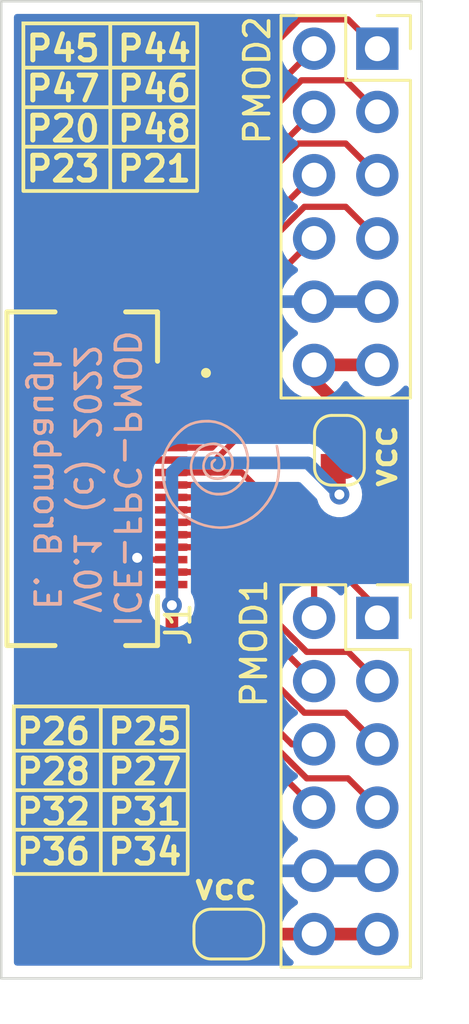
<source format=kicad_pcb>
(kicad_pcb (version 20211014) (generator pcbnew)
  (layers (0 "F.Cu" signal) (31 "B.Cu" signal) (34 "B.Paste" user) (35 "F.Paste" user) (36 "B.SilkS" user "B.Silkscreen") (37 "F.SilkS" user "F.Silkscreen") (38 "B.Mask" user) (39 "F.Mask" user) (44 "Edge.Cuts" user))
  (net 0 "")
  (net 1 "/P44")
  (net 2 "/P45")
  (net 3 "/P46")
  (net 4 "/P47")
  (net 5 "/P48")
  (net 6 "/P20")
  (net 7 "/P21")
  (net 8 "/P23")
  (net 9 "/P25")
  (net 10 "/P26")
  (net 11 "/P27")
  (net 12 "/P28")
  (net 13 "/P31")
  (net 14 "/P32")
  (net 15 "/P34")
  (net 16 "GND")
  (net 17 "/P36")
  (net 18 "+3.3V")
  (net 19 "Net-(PMOD1-Pad11)")
  (net 20 "Net-(PMOD2-Pad11)")
  (footprint "Connector_PinSocket_2.54mm:PinSocket_2x06_P2.54mm_Vertical" (layer "F.Cu") (at 127 76.2)
    (fp_text reference "PMOD2" (at -4.826 1.27 90) (layer "F.SilkS"))
    (fp_text value "CONN_02X06")
    (fp_line (start 1.33 1.27) (end 1.33 14.03) (layer "F.SilkS") (width 0.12))
    (fp_line (start -1.27 1.27) (end 1.33 1.27) (layer "F.SilkS") (width 0.12))
    (fp_line (start -1.27 -1.33) (end -1.27 1.27) (layer "F.SilkS") (width 0.12))
    (fp_line (start 1.33 -1.33) (end 1.33 0) (layer "F.SilkS") (width 0.12))
    (fp_line (start -3.87 14.03) (end 1.33 14.03) (layer "F.SilkS") (width 0.12))
    (fp_line (start 0 -1.33) (end 1.33 -1.33) (layer "F.SilkS") (width 0.12))
    (fp_line (start -3.87 -1.33) (end -1.27 -1.33) (layer "F.SilkS") (width 0.12))
    (fp_line (start -3.87 -1.33) (end -3.87 14.03) (layer "F.SilkS") (width 0.12))
    (pad "1" thru_hole rect (at 0 0) (size 1.7 1.7) (drill 1) (layers *.Cu *.Mask) (net 1 "/P44"))
    (pad "2" thru_hole oval (at -2.54 0) (size 1.7 1.7) (drill 1) (layers *.Cu *.Mask) (net 2 "/P45"))
    (pad "3" thru_hole oval (at 0 2.54) (size 1.7 1.7) (drill 1) (layers *.Cu *.Mask) (net 3 "/P46"))
    (pad "4" thru_hole oval (at -2.54 2.54) (size 1.7 1.7) (drill 1) (layers *.Cu *.Mask) (net 4 "/P47"))
    (pad "5" thru_hole oval (at 0 5.08) (size 1.7 1.7) (drill 1) (layers *.Cu *.Mask) (net 5 "/P48"))
    (pad "6" thru_hole oval (at -2.54 5.08) (size 1.7 1.7) (drill 1) (layers *.Cu *.Mask) (net 6 "/P20"))
    (pad "7" thru_hole oval (at 0 7.62) (size 1.7 1.7) (drill 1) (layers *.Cu *.Mask) (net 7 "/P21"))
    (pad "8" thru_hole oval (at -2.54 7.62) (size 1.7 1.7) (drill 1) (layers *.Cu *.Mask) (net 8 "/P23"))
    (pad "9" thru_hole oval (at 0 10.16) (size 1.7 1.7) (drill 1) (layers *.Cu *.Mask) (net 16 "GND"))
    (pad "10" thru_hole oval (at -2.54 10.16) (size 1.7 1.7) (drill 1) (layers *.Cu *.Mask) (net 16 "GND"))
    (pad "11" thru_hole oval (at 0 12.7) (size 1.7 1.7) (drill 1) (layers *.Cu *.Mask) (net 20 "Net-(PMOD2-Pad11)"))
    (pad "12" thru_hole oval (at -2.54 12.7) (size 1.7 1.7) (drill 1) (layers *.Cu *.Mask) (net 20 "Net-(PMOD2-Pad11)"))
  )
  (footprint "Connector_PinSocket_2.54mm:PinSocket_2x06_P2.54mm_Vertical" (layer "F.Cu") (at 127 99.06)
    (fp_text reference "PMOD1" (at -4.953 1.016 90) (layer "F.SilkS"))
    (fp_text value "CONN_02X06")
    (fp_line (start 1.33 1.27) (end 1.33 14.03) (layer "F.SilkS") (width 0.12))
    (fp_line (start 1.33 -1.33) (end 1.33 0) (layer "F.SilkS") (width 0.12))
    (fp_line (start -3.87 -1.33) (end -1.27 -1.33) (layer "F.SilkS") (width 0.12))
    (fp_line (start -3.87 -1.33) (end -3.87 14.03) (layer "F.SilkS") (width 0.12))
    (fp_line (start -3.87 14.03) (end 1.33 14.03) (layer "F.SilkS") (width 0.12))
    (fp_line (start 0 -1.33) (end 1.33 -1.33) (layer "F.SilkS") (width 0.12))
    (fp_line (start -1.27 -1.33) (end -1.27 1.27) (layer "F.SilkS") (width 0.12))
    (fp_line (start -1.27 1.27) (end 1.33 1.27) (layer "F.SilkS") (width 0.12))
    (pad "1" thru_hole rect (at 0 0) (size 1.7 1.7) (drill 1) (layers *.Cu *.Mask) (net 9 "/P25"))
    (pad "2" thru_hole oval (at -2.54 0) (size 1.7 1.7) (drill 1) (layers *.Cu *.Mask) (net 10 "/P26"))
    (pad "3" thru_hole oval (at 0 2.54) (size 1.7 1.7) (drill 1) (layers *.Cu *.Mask) (net 11 "/P27"))
    (pad "4" thru_hole oval (at -2.54 2.54) (size 1.7 1.7) (drill 1) (layers *.Cu *.Mask) (net 12 "/P28"))
    (pad "5" thru_hole oval (at 0 5.08) (size 1.7 1.7) (drill 1) (layers *.Cu *.Mask) (net 13 "/P31"))
    (pad "6" thru_hole oval (at -2.54 5.08) (size 1.7 1.7) (drill 1) (layers *.Cu *.Mask) (net 14 "/P32"))
    (pad "7" thru_hole oval (at 0 7.62) (size 1.7 1.7) (drill 1) (layers *.Cu *.Mask) (net 15 "/P34"))
    (pad "8" thru_hole oval (at -2.54 7.62) (size 1.7 1.7) (drill 1) (layers *.Cu *.Mask) (net 17 "/P36"))
    (pad "9" thru_hole oval (at 0 10.16) (size 1.7 1.7) (drill 1) (layers *.Cu *.Mask) (net 16 "GND"))
    (pad "10" thru_hole oval (at -2.54 10.16) (size 1.7 1.7) (drill 1) (layers *.Cu *.Mask) (net 16 "GND"))
    (pad "11" thru_hole oval (at 0 12.7) (size 1.7 1.7) (drill 1) (layers *.Cu *.Mask) (net 19 "Net-(PMOD1-Pad11)"))
    (pad "12" thru_hole oval (at -2.54 12.7) (size 1.7 1.7) (drill 1) (layers *.Cu *.Mask) (net 19 "Net-(PMOD1-Pad11)"))
  )
  (footprint "emeb_library:GCT_FFC2B35-18-G_REVA2" (layer "F.Cu") (at 115.4675 93.472 -90)
    (fp_text reference "J1" (at 5.842 -3.5315 90) (layer "F.SilkS"))
    (fp_text value "FFC2B35-18-G_REVA2")
    (fp_line (start -6.7 -2.7) (end -4.72 -2.7) (layer "F.SilkS") (width 0.2))
    (fp_line (start 6.7 -2.7) (end 6.7 -1.42) (layer "F.SilkS") (width 0.2))
    (fp_line (start -6.7 3.35) (end -6.7 1.42) (layer "F.SilkS") (width 0.2))
    (fp_line (start 4.72 -2.7) (end 6.7 -2.7) (layer "F.SilkS") (width 0.2))
    (fp_line (start 6.7 3.35) (end -6.7 3.35) (layer "F.SilkS") (width 0.2))
    (fp_line (start 6.7 3.35) (end 6.7 1.42) (layer "F.SilkS") (width 0.2))
    (fp_line (start -6.7 -1.42) (end -6.7 -2.7) (layer "F.SilkS") (width 0.2))
    (fp_circle (center -4.25 -4.646) (end -4.15 -4.646) (layer "F.SilkS") (width 0.2) (fill none))
    (pad "1" smd rect locked (at -4.25 -3.25 270) (size 0.3 1.3) (layers "F.Cu" "F.Paste" "F.Mask") (net 1 "/P44"))
    (pad "2" smd rect locked (at -3.75 -3.25 270) (size 0.3 1.3) (layers "F.Cu" "F.Paste" "F.Mask") (net 2 "/P45"))
    (pad "3" smd rect locked (at -3.25 -3.25 270) (size 0.3 1.3) (layers "F.Cu" "F.Paste" "F.Mask") (net 3 "/P46"))
    (pad "4" smd rect locked (at -2.75 -3.25 270) (size 0.3 1.3) (layers "F.Cu" "F.Paste" "F.Mask") (net 4 "/P47"))
    (pad "5" smd rect locked (at -2.25 -3.25 270) (size 0.3 1.3) (layers "F.Cu" "F.Paste" "F.Mask") (net 5 "/P48"))
    (pad "6" smd rect locked (at -1.75 -3.25 270) (size 0.3 1.3) (layers "F.Cu" "F.Paste" "F.Mask") (net 6 "/P20"))
    (pad "7" smd rect locked (at -1.25 -3.25 270) (size 0.3 1.3) (layers "F.Cu" "F.Paste" "F.Mask") (net 7 "/P21"))
    (pad "8" smd rect locked (at -0.75 -3.25 270) (size 0.3 1.3) (layers "F.Cu" "F.Paste" "F.Mask") (net 8 "/P23"))
    (pad "9" smd rect locked (at -0.25 -3.25 270) (size 0.3 1.3) (layers "F.Cu" "F.Paste" "F.Mask") (net 9 "/P25"))
    (pad "10" smd rect locked (at 0.25 -3.25 270) (size 0.3 1.3) (layers "F.Cu" "F.Paste" "F.Mask") (net 10 "/P26"))
    (pad "11" smd rect locked (at 0.75 -3.25 270) (size 0.3 1.3) (layers "F.Cu" "F.Paste" "F.Mask") (net 11 "/P27"))
    (pad "12" smd rect locked (at 1.25 -3.25 270) (size 0.3 1.3) (layers "F.Cu" "F.Paste" "F.Mask") (net 12 "/P28"))
    (pad "13" smd rect locked (at 1.75 -3.25 270) (size 0.3 1.3) (layers "F.Cu" "F.Paste" "F.Mask") (net 13 "/P31"))
    (pad "14" smd rect locked (at 2.25 -3.25 270) (size 0.3 1.3) (layers "F.Cu" "F.Paste" "F.Mask") (net 14 "/P32"))
    (pad "15" smd rect locked (at 2.75 -3.25 270) (size 0.3 1.3) (layers "F.Cu" "F.Paste" "F.Mask") (net 15 "/P34"))
    (pad "16" smd rect locked (at 3.25 -3.25 270) (size 0.3 1.3) (layers "F.Cu" "F.Paste" "F.Mask") (net 16 "GND"))
    (pad "17" smd rect locked (at 3.75 -3.25 270) (size 0.3 1.3) (layers "F.Cu" "F.Paste" "F.Mask") (net 17 "/P36"))
    (pad "18" smd rect locked (at 4.25 -3.25 270) (size 0.3 1.3) (layers "F.Cu" "F.Paste" "F.Mask") (net 18 "+3.3V"))
    (pad "S1" smd rect locked (at -6.15 0 270) (size 1.8 2.2) (layers "F.Cu" "F.Paste" "F.Mask"))
    (pad "S2" smd rect locked (at 6.15 0 270) (size 1.8 2.2) (layers "F.Cu" "F.Paste" "F.Mask"))
  )
  (footprint "Jumper:SolderJumper-2_P1.3mm_Bridged_RoundedPad1.0x1.5mm" (layer "F.Cu") (at 125.476 92.329 -90)
    (fp_text reference "JP2" hide)
    (fp_text value "Jumper_2_Bridged")
    (fp_poly (pts (xy 0.25 -0.3) (xy -0.25 -0.3) (xy -0.25 0.3) (xy 0.25 0.3)) (layer "F.Cu") (width 0) (fill solid))
    (fp_line (start 1.4 -0.3) (end 1.4 0.3) (layer "F.SilkS") (width 0.12))
    (fp_line (start -1.4 0.3) (end -1.4 -0.3) (layer "F.SilkS") (width 0.12))
    (fp_line (start -0.7 -1) (end 0.7 -1) (layer "F.SilkS") (width 0.12))
    (fp_line (start 0.7 1) (end -0.7 1) (layer "F.SilkS") (width 0.12))
    (fp_arc (start -1.4 -0.3) (mid -1.194975 -0.794975) (end -0.7 -1) (layer "F.SilkS") (width 0.12))
    (fp_arc (start -0.7 1) (mid -1.194975 0.794975) (end -1.4 0.3) (layer "F.SilkS") (width 0.12))
    (fp_arc (start 1.4 0.3) (mid 1.194975 0.794975) (end 0.7 1) (layer "F.SilkS") (width 0.12))
    (fp_arc (start 0.7 -1) (mid 1.194975 -0.794975) (end 1.4 -0.3) (layer "F.SilkS") (width 0.12))
    (pad "1" smd custom (at -0.65 0 270) (size 1 0.5) (layers "F.Cu" "F.Mask") (net 20 "Net-(PMOD2-Pad11)") (options (clearance outline) (anchor rect)) (primitives (gr_circle (center 0 0.25) (end 0.5 0.25) (width 0) (fill yes)) (gr_circle (center 0 -0.25) (end 0.5 -0.25) (width 0) (fill yes)) (gr_poly (pts (xy 0.5 0.75) (xy 0 0.75) (xy 0 -0.75) (xy 0.5 -0.75)) (width 0) (fill yes))))
    (pad "2" smd custom (at 0.65 0 270) (size 1 0.5) (layers "F.Cu" "F.Mask") (net 18 "+3.3V") (options (clearance outline) (anchor rect)) (primitives (gr_circle (center 0 0.25) (end 0.5 0.25) (width 0) (fill yes)) (gr_circle (center 0 -0.25) (end 0.5 -0.25) (width 0) (fill yes)) (gr_poly (pts (xy 0 0.75) (xy -0.5 0.75) (xy -0.5 -0.75) (xy 0 -0.75)) (width 0) (fill yes))))
  )
  (footprint "Jumper:SolderJumper-2_P1.3mm_Bridged_RoundedPad1.0x1.5mm" (layer "F.Cu") (at 121.031 111.76 180)
    (fp_text reference "JP1" hide)
    (fp_text value "Jumper_2_Bridged")
    (fp_poly (pts (xy 0.25 -0.3) (xy -0.25 -0.3) (xy -0.25 0.3) (xy 0.25 0.3)) (layer "F.Cu") (width 0) (fill solid))
    (fp_line (start 1.4 -0.3) (end 1.4 0.3) (layer "F.SilkS") (width 0.12))
    (fp_line (start 0.7 1) (end -0.7 1) (layer "F.SilkS") (width 0.12))
    (fp_line (start -1.4 0.3) (end -1.4 -0.3) (layer "F.SilkS") (width 0.12))
    (fp_line (start -0.7 -1) (end 0.7 -1) (layer "F.SilkS") (width 0.12))
    (fp_arc (start -0.7 1) (mid -1.194975 0.794975) (end -1.4 0.3) (layer "F.SilkS") (width 0.12))
    (fp_arc (start 1.4 0.3) (mid 1.194975 0.794975) (end 0.7 1) (layer "F.SilkS") (width 0.12))
    (fp_arc (start 0.7 -1) (mid 1.194975 -0.794975) (end 1.4 -0.3) (layer "F.SilkS") (width 0.12))
    (fp_arc (start -1.4 -0.3) (mid -1.194975 -0.794975) (end -0.7 -1) (layer "F.SilkS") (width 0.12))
    (pad "1" smd custom (at -0.65 0 180) (size 1 0.5) (layers "F.Cu" "F.Mask") (net 19 "Net-(PMOD1-Pad11)") (options (clearance outline) (anchor rect)) (primitives (gr_circle (center 0 0.25) (end 0.5 0.25) (width 0) (fill yes)) (gr_circle (center 0 -0.25) (end 0.5 -0.25) (width 0) (fill yes)) (gr_poly (pts (xy 0.5 0.75) (xy 0 0.75) (xy 0 -0.75) (xy 0.5 -0.75)) (width 0) (fill yes))))
    (pad "2" smd custom (at 0.65 0 180) (size 1 0.5) (layers "F.Cu" "F.Mask") (net 18 "+3.3V") (options (clearance outline) (anchor rect)) (primitives (gr_circle (center 0 0.25) (end 0.5 0.25) (width 0) (fill yes)) (gr_circle (center 0 -0.25) (end 0.5 -0.25) (width 0) (fill yes)) (gr_poly (pts (xy 0 0.75) (xy -0.5 0.75) (xy -0.5 -0.75) (xy 0 -0.75)) (width 0) (fill yes))))
  )
  (footprint "emeb_library:avatar_small" (layer "B.Cu") (at 119.761 92.329 90)
    (fp_text reference "Ref**" hide)
    (fp_text value "Val**" hide)
    (fp_poly (pts (xy -0.246794 3.31209) (xy -0.067923 3.289175) (xy 0.045106 3.272324) (xy 0.122763 3.258676) (xy 0.171648 3.245915) (xy 0.198359 3.231728) (xy 0.209498 3.213799) (xy 0.211667 3.191132) (xy 0.206539 3.163948) (xy 0.183385 3.155661) (xy 0.132292 3.161647) (xy -0.220477 3.210455) (xy -0.544495 3.233493) (xy -0.838467 3.230757) (xy -1.101094 3.202243) (xy -1.27 3.165763) (xy -1.516227 3.081753) (xy -1.765566 2.963774) (xy -2.007768 2.818029) (xy -2.232583 2.650718) (xy -2.429763 2.468044) (xy -2.438679 2.458654) (xy -2.625337 2.233094) (xy -2.781382 1.986825) (xy -2.904898 1.725211) (xy -2.993969 1.453618) (xy -3.046682 1.177409) (xy -3.061121 0.901949) (xy -3.051053 0.743245) (xy -3.014236 0.494755) (xy -2.958084 0.266366) (xy -2.87868 0.047416) (xy -2.772106 -0.172758) (xy -2.634447 -0.404819) (xy -2.622529 -0.423359) (xy -2.451443 -0.651816) (xy -2.254649 -0.84717) (xy -2.031893 -1.009545) (xy -1.782918 -1.139063) (xy -1.50747 -1.235847) (xy -1.205294 -1.300019) (xy -0.876135 -1.331701) (xy -0.725633 -1.335369) (xy -0.521368 -1.328735) (xy -0.343017 -1.304877) (xy -0.176595 -1.260718) (xy -0.008116 -1.193176) (xy 0.052917 -1.163944) (xy 0.229366 -1.064218) (xy 0.403891 -0.943064) (xy 0.56932 -0.807045) (xy 0.718484 -0.662722) (xy 0.844214 -0.516657) (xy 0.939338 -0.375412) (xy 0.96256 -0.33145) (xy 1.024528 -0.190142) (xy 1.068024 -0.05313) (xy 1.096348 0.093588) (xy 1.112804 0.264013) (xy 1.115741 0.318034) (xy 1.11368 0.539868) (xy 1.083428 0.741477) (xy 1.022358 0.936384) (xy 0.974036 1.046975) (xy 0.88237 1.211645) (xy 0.768245 1.373476) (xy 0.639018 1.52441) (xy 0.502046 1.656392) (xy 0.364685 1.761367) (xy 0.274001 1.813608) (xy 0.024984 1.915669) (xy -0.220974 1.977794) (xy -0.461688 2.000046) (xy -0.694973 1.982489) (xy -0.918643 1.925186) (xy -1.130515 1.828201) (xy -1.223968 1.769902) (xy -1.359757 1.660506) (xy -1.483227 1.528915) (xy -1.584875 1.38665) (xy -1.653832 1.248833) (xy -1.683961 1.139469) (xy -1.703703 1.005283) (xy -1.712 0.862748) (xy -1.707791 0.728333) (xy -1.693493 0.632353) (xy -1.630548 0.445636) (xy -1.53533 0.27549) (xy -1.41285 0.125514) (xy -1.268119 -0.000692) (xy -1.106149 -0.099529) (xy -0.931951 -0.167398) (xy -0.750535 -0.2007) (xy -0.566912 -0.195835) (xy -0.545036 -0.192527) (xy -0.408576 -0.159264) (xy -0.270145 -0.106887) (xy -0.143013 -0.041581) (xy -0.04045 0.030467) (xy -0.013766 0.055163) (xy 0.085079 0.182196) (xy 0.156412 0.330519) (xy 0.198505 0.490905) (xy 0.209632 0.65413) (xy 0.188066 0.810968) (xy 0.148344 0.921056) (xy 0.087948 1.017899) (xy 0.001906 1.119564) (xy -0.097314 1.213539) (xy -0.197244 1.287309) (xy -0.240398 1.311197) (xy -0.346717 1.348304) (xy -0.470844 1.36962) (xy -0.485922 1.370855) (xy -0.573204 1.374025) (xy -0.641125 1.366018) (xy -0.711586 1.342933) (xy -0.760154 1.322041) (xy -0.895207 1.241189) (xy -0.996299 1.135181) (xy -1.063224 1.004245) (xy -1.072277 0.975822) (xy -1.095742 0.833231) (xy -1.085187 0.696196) (xy -1.044292 0.570491) (xy -0.976736 0.461893) (xy -0.886196 0.376175) (xy -0.776353 0.319114) (xy -0.650884 0.296484) (xy -0.63945 0.296333) (xy -0.523122 0.311639) (xy -0.40915 0.353544) (xy -0.306454 0.416032) (xy -0.223956 0.493085) (xy -0.170575 0.578687) (xy -0.157891 0.621167) (xy -0.157175 0.730053) (xy -0.191343 0.833471) (xy -0.25363 0.924518) (xy -0.337274 0.996288) (xy -0.435512 1.041878) (xy -0.54158 1.054382) (xy -0.577894 1.049932) (xy -0.670678 1.01587) (xy -0.737211 0.957894) (xy -0.773094 0.883536) (xy -0.773929 0.80033) (xy -0.754685 0.747155) (xy -0.708052 0.676841) (xy -0.653629 0.640552) (xy -0.590179 0.630292) (xy -0.532429 0.639058) (xy -0.483146 0.675282) (xy -0.465462 0.695166) (xy -0.421976 0.737549) (xy -0.38256 0.7606) (xy -0.374167 0.762) (xy -0.344368 0.747637) (xy -0.341511 0.709988) (xy -0.364195 0.657215) (xy -0.40043 0.608875) (xy -0.439386 0.569688) (xy -0.476784 0.548969) (xy -0.528383 0.540934) (xy -0.588708 0.53975) (xy -0.689567 0.548979) (xy -0.761154 0.580624) (xy -0.81319 0.640617) (xy -0.839005 0.692528) (xy -0.867513 0.803931) (xy -0.861387 0.911668) (xy -0.823281 1.007127) (xy -0.755853 1.081695) (xy -0.710489 1.109164) (xy -0.589023 1.144446) (xy -0.460595 1.142533) (xy -0.334889 1.105152) (xy -0.221588 1.034031) (xy -0.204436 1.018875) (xy -0.124881 0.91944) (xy -0.077484 0.804407) (xy -0.06207 0.682392) (xy -0.078466 0.562009) (xy -0.126498 0.451876) (xy -0.205992 0.360608) (xy -0.217928 0.351111) (xy -0.343636 0.275511) (xy -0.48309 0.225819) (xy -0.625527 0.20398) (xy -0.760188 0.211942) (xy -0.846666 0.23738) (xy -0.971353 0.311769) (xy -1.070266 0.41468) (xy -1.141577 0.539725) (xy -1.183457 0.680514) (xy -1.194076 0.830659) (xy -1.171606 0.98377) (xy -1.114218 1.133459) (xy -1.107067 1.146931) (xy -1.039328 1.248752) (xy -0.955001 1.328624) (xy -0.842816 1.396526) (xy -0.804333 1.415003) (xy -0.733591 1.443686) (xy -0.666453 1.459785) (xy -0.58605 1.466282) (xy -0.511787 1.466701) (xy -0.414899 1.463421) (xy -0.342254 1.453361) (xy -0.275855 1.432525) (xy -0.197872 1.396999) (xy -0.054316 1.307455) (xy 0.07443 1.190904) (xy 0.181794 1.055746) (xy 0.261205 0.91038) (xy 0.30609 0.763205) (xy 0.30822 0.750102) (xy 0.31181 0.657952) (xy 0.301575 0.541497) (xy 0.279769 0.415592) (xy 0.248646 0.295093) (xy 0.231578 0.24492) (xy 0.157859 0.105964) (xy 0.04942 -0.018048) (xy -0.087681 -0.123551) (xy -0.24739 -0.20698) (xy -0.423648 -0.264771) (xy -0.610402 -0.293358) (xy -0.687072 -0.295816) (xy -0.897942 -0.276471) (xy -1.091782 -0.219154) (xy -1.27162 -0.122646) (xy -1.427904 0.00236) (xy -1.583726 0.174139) (xy -1.699965 0.360915) (xy -1.776614 0.562676) (xy -1.812915 0.770094) (xy -1.812416 0.991099) (xy -1.772121 1.198442) (xy -1.69169 1.393026) (xy -1.570785 1.575748) (xy -1.462783 1.696181) (xy -1.284602 1.848882) (xy -1.092305 1.963561) (xy -0.883112 2.041239) (xy -0.65424 2.082937) (xy -0.402906 2.089676) (xy -0.391583 2.089199) (xy -0.131349 2.059033) (xy 0.112002 1.99348) (xy 0.334917 1.894003) (xy 0.533845 1.762065) (xy 0.646278 1.661914) (xy 0.843637 1.439879) (xy 0.999953 1.2086) (xy 1.11511 0.968383) (xy 1.188994 0.719538) (xy 1.22149 0.462369) (xy 1.212484 0.197186) (xy 1.207759 0.158335) (xy 1.164144 -0.075229) (xy 1.096693 -0.280387) (xy 1.000797 -0.466444) (xy 0.871848 -0.64271) (xy 0.74155 -0.783167) (xy 0.531438 -0.970265) (xy 0.306277 -1.131921) (xy 0.073622 -1.263506) (xy -0.158973 -1.360395) (xy -0.243416 -1.386498) (xy -0.328135 -1.403088) (xy -0.444435 -1.416191) (xy -0.581681 -1.425437) (xy -0.729238 -1.430453) (xy -0.876468 -1.430871) (xy -1.012736 -1.426318) (xy -1.121833 -1.417114) (xy -1.439169 -1.360388) (xy -1.730474 -1.270286) (xy -1.995774 -1.146796) (xy -2.235095 -0.989906) (xy -2.448464 -0.799603) (xy -2.456785 -0.790955) (xy -2.659743 -0.548663) (xy -2.83072 -0.281616) (xy -2.967665 0.005079) (xy -3.068526 0.306314) (xy -3.131254 0.61698) (xy -3.153796 0.931969) (xy -3.153833 0.945147) (xy -3.139936 1.197457) (xy -3.096731 1.442811) (xy -3.021951 1.690418) (xy -2.913328 1.949492) (xy -2.899331 1.978848) (xy -2.765361 2.211611) (xy -2.5952 2.434062) (xy -2.394605 2.641578) (xy -2.169335 2.829533) (xy -1.925147 2.993307) (xy -1.6678 3.128274) (xy -1.403051 3.229813) (xy -1.307161 3.257261) (xy -1.065142 3.307146) (xy -0.812291 3.332796) (xy -0.541783 3.334385) (xy -0.246794 3.31209)) (layer "B.SilkS") (width 0.01) (fill solid))
  )
  (gr_line (start 112.776 80.137) (end 119.761 80.137) (layer "F.SilkS") (width 0.15))
  (gr_line (start 112.395 104.394) (end 119.253 104.394) (layer "F.SilkS") (width 0.15))
  (gr_line (start 116.2685 75.184) (end 116.2685 81.915) (layer "F.SilkS") (width 0.15))
  (gr_line (start 119.38 104.394) (end 119.3165 104.394) (layer "F.SilkS") (width 0.15))
  (gr_line (start 112.776 78.5495) (end 119.761 78.5495) (layer "F.SilkS") (width 0.15))
  (gr_line (start 112.395 105.9815) (end 119.38 105.9815) (layer "F.SilkS") (width 0.15))
  (gr_rect (start 112.395 102.616) (end 119.38 109.347) (layer "F.SilkS") (width 0.15) (fill none))
  (gr_line (start 119.761 76.962) (end 119.6975 76.962) (layer "F.SilkS") (width 0.15))
  (gr_rect (start 112.776 75.184) (end 119.761 81.915) (layer "F.SilkS") (width 0.15) (fill none))
  (gr_line (start 115.8875 102.616) (end 115.8875 109.347) (layer "F.SilkS") (width 0.15))
  (gr_line (start 119.253 104.394) (end 119.38 104.394) (layer "F.SilkS") (width 0.15))
  (gr_line (start 112.395 107.569) (end 119.38 107.569) (layer "F.SilkS") (width 0.15))
  (gr_line (start 112.776 76.962) (end 119.634 76.962) (layer "F.SilkS") (width 0.15))
  (gr_line (start 119.634 76.962) (end 119.761 76.962) (layer "F.SilkS") (width 0.15))
  (gr_rect (start 128.778 74.295) (end 111.887 113.538) (layer "Edge.Cuts") (width 0.1) (fill none))
  (gr_text "ICE-FPC-PMOD\nV0.1 (c) 2022\nE. Brombaugh" (at 115.316 93.472 270) (layer "B.SilkS") (effects (font (size 1 1)) (justify mirror)))
  (gr_text "vcc" (at 127.254 92.583 90) (layer "F.SilkS") (effects (font (size 1 1) (thickness 0.2))))
  (gr_text "vcc" (at 120.904 109.855) (layer "F.SilkS") (effects (font (size 1 1) (thickness 0.2))))
  (gr_text "P26 P25\nP28 P27\nP32 P31\nP36 P34" (at 115.824 106.045) (layer "F.SilkS") (effects (font (size 1 1) (thickness 0.2))))
  (gr_text "P45 P44\nP47 P46\nP20 P48\nP23 P21" (at 116.205 78.613) (layer "F.SilkS") (effects (font (size 1 1) (thickness 0.2))))
  (segment (start 118.7175 89.222) (end 119.439 89.222) (width 0.25) (layer "F.Cu") (net 1))
  (segment (start 119.761 79.121) (end 123.857 75.025) (width 0.25) (layer "F.Cu") (net 1))
  (segment (start 119.761 88.9) (end 119.761 79.121) (width 0.25) (layer "F.Cu") (net 1))
  (segment (start 125.825 75.025) (end 127 76.2) (width 0.25) (layer "F.Cu") (net 1))
  (segment (start 119.439 89.222) (end 119.761 88.9) (width 0.25) (layer "F.Cu") (net 1))
  (segment (start 123.857 75.025) (end 125.825 75.025) (width 0.25) (layer "F.Cu") (net 1))
  (segment (start 120.211 80.449) (end 120.211 89.1785) (width 0.25) (layer "F.Cu") (net 2))
  (segment (start 124.46 76.2) (end 120.211 80.449) (width 0.25) (layer "F.Cu") (net 2))
  (segment (start 119.6675 89.722) (end 118.7175 89.722) (width 0.25) (layer "F.Cu") (net 2))
  (segment (start 120.211 89.1785) (end 119.6675 89.722) (width 0.25) (layer "F.Cu") (net 2))
  (segment (start 120.661 89.364896) (end 119.828896 90.197) (width 0.25) (layer "F.Cu") (net 3))
  (segment (start 120.661 80.761) (end 120.661 89.364896) (width 0.25) (layer "F.Cu") (net 3))
  (segment (start 123.952 77.47) (end 120.661 80.761) (width 0.25) (layer "F.Cu") (net 3))
  (segment (start 127 78.74) (end 125.73 77.47) (width 0.25) (layer "F.Cu") (net 3))
  (segment (start 119.828896 90.197) (end 118.6925 90.197) (width 0.25) (layer "F.Cu") (net 3))
  (segment (start 118.6925 90.197) (end 118.7175 90.222) (width 0.25) (layer "F.Cu") (net 3))
  (segment (start 125.73 77.47) (end 123.952 77.47) (width 0.25) (layer "F.Cu") (net 3))
  (segment (start 119.940292 90.722) (end 118.7175 90.722) (width 0.25) (layer "F.Cu") (net 4))
  (segment (start 124.458604 78.74) (end 121.158 82.040604) (width 0.25) (layer "F.Cu") (net 4))
  (segment (start 121.158 82.040604) (end 121.158 89.504292) (width 0.25) (layer "F.Cu") (net 4))
  (segment (start 121.158 89.504292) (end 119.940292 90.722) (width 0.25) (layer "F.Cu") (net 4))
  (segment (start 124.46 78.74) (end 124.458604 78.74) (width 0.25) (layer "F.Cu") (net 4))
  (segment (start 123.825 80.01) (end 121.608 82.227) (width 0.25) (layer "F.Cu") (net 5))
  (segment (start 120.076688 91.222) (end 118.7175 91.222) (width 0.25) (layer "F.Cu") (net 5))
  (segment (start 125.73 80.01) (end 123.825 80.01) (width 0.25) (layer "F.Cu") (net 5))
  (segment (start 121.608 82.227) (end 121.608 89.690688) (width 0.25) (layer "F.Cu") (net 5))
  (segment (start 127 81.28) (end 125.73 80.01) (width 0.25) (layer "F.Cu") (net 5))
  (segment (start 121.608 89.690688) (end 120.076688 91.222) (width 0.25) (layer "F.Cu") (net 5))
  (segment (start 118.389 91.722) (end 118.7175 91.722) (width 0.25) (layer "F.Cu") (net 6))
  (segment (start 118.364 91.747) (end 118.389 91.722) (width 0.25) (layer "F.Cu") (net 6))
  (segment (start 122.058 83.682) (end 122.058 89.877084) (width 0.25) (layer "F.Cu") (net 6))
  (segment (start 124.46 81.28) (end 122.058 83.682) (width 0.25) (layer "F.Cu") (net 6))
  (segment (start 122.058 89.877084) (end 120.188084 91.747) (width 0.25) (layer "F.Cu") (net 6))
  (segment (start 120.188084 91.747) (end 118.364 91.747) (width 0.25) (layer "F.Cu") (net 6))
  (segment (start 125.73 82.55) (end 124.068299 82.55) (width 0.25) (layer "F.Cu") (net 7))
  (segment (start 120.34948 92.222) (end 118.7175 92.222) (width 0.25) (layer "F.Cu") (net 7))
  (segment (start 124.068299 82.55) (end 122.555 84.063299) (width 0.25) (layer "F.Cu") (net 7))
  (segment (start 122.555 84.063299) (end 122.555 90.01648) (width 0.25) (layer "F.Cu") (net 7))
  (segment (start 122.555 90.01648) (end 120.34948 92.222) (width 0.25) (layer "F.Cu") (net 7))
  (segment (start 127 83.82) (end 125.73 82.55) (width 0.25) (layer "F.Cu") (net 7))
  (segment (start 120.485876 92.722) (end 118.7175 92.722) (width 0.25) (layer "F.Cu") (net 8))
  (segment (start 124.46 83.82) (end 123.005 85.275) (width 0.25) (layer "F.Cu") (net 8))
  (segment (start 123.005 90.202876) (end 120.485876 92.722) (width 0.25) (layer "F.Cu") (net 8))
  (segment (start 123.005 85.275) (end 123.005 90.202876) (width 0.25) (layer "F.Cu") (net 8))
  (segment (start 121.545792 93.222) (end 127 98.676208) (width 0.25) (layer "F.Cu") (net 9))
  (segment (start 118.7175 93.222) (end 121.545792 93.222) (width 0.25) (layer "F.Cu") (net 9))
  (segment (start 127 98.676208) (end 127 99.06) (width 0.25) (layer "F.Cu") (net 9))
  (segment (start 121.409396 93.722) (end 124.46 96.772604) (width 0.25) (layer "F.Cu") (net 10))
  (segment (start 118.7175 93.722) (end 121.409396 93.722) (width 0.25) (layer "F.Cu") (net 10))
  (segment (start 124.46 96.772604) (end 124.46 99.06) (width 0.25) (layer "F.Cu") (net 10))
  (segment (start 122.936 99.197701) (end 124.163299 100.425) (width 0.25) (layer "F.Cu") (net 11))
  (segment (start 122.936 95.885) (end 122.936 99.197701) (width 0.25) (layer "F.Cu") (net 11))
  (segment (start 121.273 94.222) (end 122.936 95.885) (width 0.25) (layer "F.Cu") (net 11))
  (segment (start 125.825 100.425) (end 127 101.6) (width 0.25) (layer "F.Cu") (net 11))
  (segment (start 124.163299 100.425) (end 125.825 100.425) (width 0.25) (layer "F.Cu") (net 11))
  (segment (start 118.7175 94.222) (end 121.273 94.222) (width 0.25) (layer "F.Cu") (net 11))
  (segment (start 121.136604 94.722) (end 122.486 96.071396) (width 0.25) (layer "F.Cu") (net 12))
  (segment (start 122.486 99.626) (end 124.46 101.6) (width 0.25) (layer "F.Cu") (net 12))
  (segment (start 122.486 96.071396) (end 122.486 99.626) (width 0.25) (layer "F.Cu") (net 12))
  (segment (start 118.7175 94.722) (end 121.136604 94.722) (width 0.25) (layer "F.Cu") (net 12))
  (segment (start 122.036 100.837701) (end 124.068299 102.87) (width 0.25) (layer "F.Cu") (net 13))
  (segment (start 121.000208 95.222) (end 122.036 96.257792) (width 0.25) (layer "F.Cu") (net 13))
  (segment (start 118.7175 95.222) (end 121.000208 95.222) (width 0.25) (layer "F.Cu") (net 13))
  (segment (start 122.036 96.257792) (end 122.036 100.837701) (width 0.25) (layer "F.Cu") (net 13))
  (segment (start 125.73 102.87) (end 127 104.14) (width 0.25) (layer "F.Cu") (net 13))
  (segment (start 124.068299 102.87) (end 125.73 102.87) (width 0.25) (layer "F.Cu") (net 13))
  (segment (start 123.571 104.14) (end 124.46 104.14) (width 0.25) (layer "F.Cu") (net 14))
  (segment (start 120.863812 95.722) (end 121.539 96.397188) (width 0.25) (layer "F.Cu") (net 14))
  (segment (start 121.539 102.108) (end 123.571 104.14) (width 0.25) (layer "F.Cu") (net 14))
  (segment (start 121.539 96.397188) (end 121.539 102.108) (width 0.25) (layer "F.Cu") (net 14))
  (segment (start 118.7175 95.722) (end 120.863812 95.722) (width 0.25) (layer "F.Cu") (net 14))
  (segment (start 124.163299 105.505) (end 125.825 105.505) (width 0.25) (layer "F.Cu") (net 15))
  (segment (start 121.028208 96.522792) (end 121.028208 102.369909) (width 0.25) (layer "F.Cu") (net 15))
  (segment (start 118.7175 96.222) (end 120.727416 96.222) (width 0.25) (layer "F.Cu") (net 15))
  (segment (start 121.028208 102.369909) (end 124.163299 105.505) (width 0.25) (layer "F.Cu") (net 15))
  (segment (start 125.825 105.505) (end 127 106.68) (width 0.25) (layer "F.Cu") (net 15))
  (segment (start 120.727416 96.222) (end 121.028208 96.522792) (width 0.25) (layer "F.Cu") (net 15))
  (segment (start 117.423 96.722) (end 117.348 96.647) (width 0.25) (layer "F.Cu") (net 16))
  (segment (start 118.7175 96.722) (end 117.423 96.722) (width 0.25) (layer "F.Cu") (net 16))
  (via (at 117.348 96.647) (size 0.8) (drill 0.4) (layers "F.Cu" "B.Cu") (net 16))
  (segment (start 120.578208 102.798208) (end 124.46 106.68) (width 0.25) (layer "F.Cu") (net 17))
  (segment (start 120.209 97.222) (end 120.578208 97.591208) (width 0.25) (layer "F.Cu") (net 17))
  (segment (start 118.7175 97.222) (end 120.209 97.222) (width 0.25) (layer "F.Cu") (net 17))
  (segment (start 120.578208 97.591208) (end 120.578208 102.798208) (width 0.25) (layer "F.Cu") (net 17))
  (segment (start 119.126 111.76) (end 120.381 111.76) (width 0.508) (layer "F.Cu") (net 18))
  (segment (start 118.745 111.379) (end 119.126 111.76) (width 0.508) (layer "F.Cu") (net 18))
  (segment (start 125.476 94.107) (end 125.476 92.979) (width 0.508) (layer "F.Cu") (net 18))
  (segment (start 118.745 97.917) (end 118.745 111.379) (width 0.508) (layer "F.Cu") (net 18))
  (via (at 118.745 98.552) (size 0.8) (drill 0.4) (layers "F.Cu" "B.Cu") (net 18))
  (via (at 125.476 94.107) (size 0.8) (drill 0.4) (layers "F.Cu" "B.Cu") (net 18))
  (segment (start 118.745 93.218) (end 118.745 98.552) (width 0.508) (layer "B.Cu") (net 18))
  (segment (start 124.206 92.837) (end 119.126 92.837) (width 0.508) (layer "B.Cu") (net 18))
  (segment (start 119.126 92.837) (end 118.745 93.218) (width 0.508) (layer "B.Cu") (net 18))
  (segment (start 125.476 94.107) (end 124.206 92.837) (width 0.508) (layer "B.Cu") (net 18))
  (segment (start 124.46 111.76) (end 121.681 111.76) (width 0.508) (layer "F.Cu") (net 19))
  (segment (start 127 111.76) (end 124.46 111.76) (width 0.508) (layer "F.Cu") (net 19))
  (segment (start 125.476 91.679) (end 125.476 90.551) (width 0.508) (layer "F.Cu") (net 20))
  (segment (start 125.476 90.551) (end 124.46 89.535) (width 0.508) (layer "F.Cu") (net 20))
  (segment (start 124.46 89.535) (end 124.46 88.9) (width 0.508) (layer "F.Cu") (net 20))
  (segment (start 124.46 88.9) (end 127 88.9) (width 0.508) (layer "F.Cu") (net 20))
  (zone (net 16) (net_name "GND") (layer "B.Cu") (connect_pads (clearance 0.508)) (min_thickness 0.254) (fill yes (thermal_gap 0.508) (thermal_bridge_width 0.508))
    (polygon (pts (xy 128.397 113.157) (xy 112.268 113.157) (xy 112.268 74.676) (xy 128.397 74.676)))
  )
)
</source>
